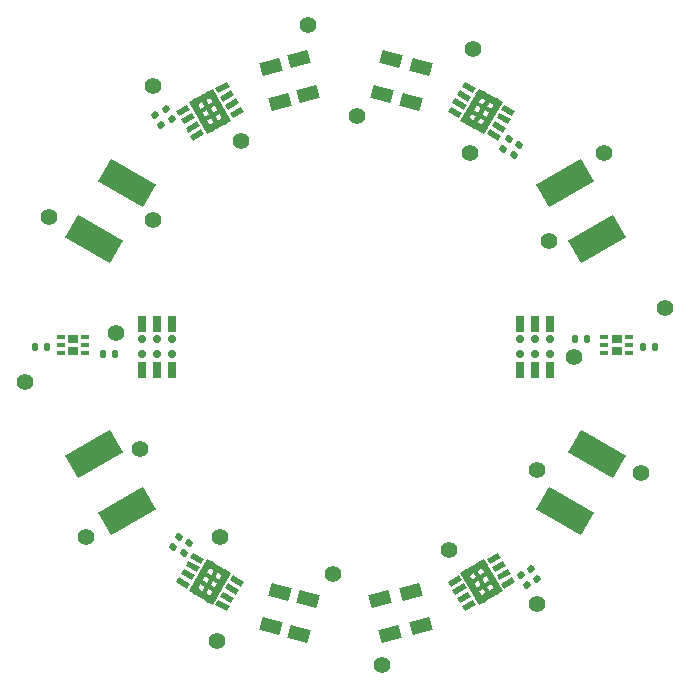
<source format=gbr>
%TF.GenerationSoftware,KiCad,Pcbnew,7.0.5*%
%TF.CreationDate,2023-06-22T13:55:38-04:00*%
%TF.ProjectId,ESP32Sensor-LED_board,45535033-3253-4656-9e73-6f722d4c4544,rev?*%
%TF.SameCoordinates,Original*%
%TF.FileFunction,Soldermask,Bot*%
%TF.FilePolarity,Negative*%
%FSLAX46Y46*%
G04 Gerber Fmt 4.6, Leading zero omitted, Abs format (unit mm)*
G04 Created by KiCad (PCBNEW 7.0.5) date 2023-06-22 13:55:38*
%MOMM*%
%LPD*%
G01*
G04 APERTURE LIST*
G04 Aperture macros list*
%AMRoundRect*
0 Rectangle with rounded corners*
0 $1 Rounding radius*
0 $2 $3 $4 $5 $6 $7 $8 $9 X,Y pos of 4 corners*
0 Add a 4 corners polygon primitive as box body*
4,1,4,$2,$3,$4,$5,$6,$7,$8,$9,$2,$3,0*
0 Add four circle primitives for the rounded corners*
1,1,$1+$1,$2,$3*
1,1,$1+$1,$4,$5*
1,1,$1+$1,$6,$7*
1,1,$1+$1,$8,$9*
0 Add four rect primitives between the rounded corners*
20,1,$1+$1,$2,$3,$4,$5,0*
20,1,$1+$1,$4,$5,$6,$7,0*
20,1,$1+$1,$6,$7,$8,$9,0*
20,1,$1+$1,$8,$9,$2,$3,0*%
%AMRotRect*
0 Rectangle, with rotation*
0 The origin of the aperture is its center*
0 $1 length*
0 $2 width*
0 $3 Rotation angle, in degrees counterclockwise*
0 Add horizontal line*
21,1,$1,$2,0,0,$3*%
G04 Aperture macros list end*
%ADD10C,1.400000*%
%ADD11RotRect,2.209800X4.394200X120.000000*%
%ADD12RoundRect,0.135000X0.135000X0.185000X-0.135000X0.185000X-0.135000X-0.185000X0.135000X-0.185000X0*%
%ADD13C,0.700000*%
%ADD14RotRect,0.950000X0.350000X30.000000*%
%ADD15RotRect,1.117600X1.752600X285.000000*%
%ADD16R,0.965200X0.685800*%
%ADD17R,0.660400X0.304800*%
%ADD18RotRect,1.117600X1.752600X105.000000*%
%ADD19R,0.736600X1.333500*%
%ADD20C,0.736600*%
%ADD21RotRect,1.117600X1.752600X75.000000*%
%ADD22RotRect,2.209800X4.394200X240.000000*%
%ADD23RoundRect,0.140000X0.217224X-0.036244X0.077224X0.206244X-0.217224X0.036244X-0.077224X-0.206244X0*%
%ADD24RotRect,0.950000X0.350000X210.000000*%
%ADD25RotRect,1.117600X1.752600X255.000000*%
%ADD26RoundRect,0.140000X-0.077224X0.206244X-0.217224X-0.036244X0.077224X-0.206244X0.217224X0.036244X0*%
%ADD27RoundRect,0.140000X-0.217224X0.036244X-0.077224X-0.206244X0.217224X-0.036244X0.077224X0.206244X0*%
%ADD28RotRect,0.950000X0.350000X150.000000*%
%ADD29RoundRect,0.140000X0.077224X-0.206244X0.217224X0.036244X-0.077224X0.206244X-0.217224X-0.036244X0*%
%ADD30RotRect,2.209800X4.394200X60.000000*%
%ADD31RotRect,0.950000X0.350000X330.000000*%
G04 APERTURE END LIST*
%TO.C,U2*%
G36*
X14361640Y-19934975D02*
G01*
X13417673Y-20479975D01*
X13172672Y-20055620D01*
X14116639Y-19510620D01*
X14361640Y-19934975D01*
G37*
G36*
X13961640Y-19242153D02*
G01*
X13017672Y-19787153D01*
X12772673Y-19362802D01*
X13716640Y-18817802D01*
X13961640Y-19242153D01*
G37*
G36*
X13561639Y-18549332D02*
G01*
X12617672Y-19094332D01*
X12372672Y-18669981D01*
X13316640Y-18124981D01*
X13561639Y-18549332D01*
G37*
G36*
X13161640Y-17856514D02*
G01*
X12217673Y-18401514D01*
X11972672Y-17977159D01*
X12916639Y-17432159D01*
X13161640Y-17856514D01*
G37*
G36*
X13289371Y-20690881D02*
G01*
X12795909Y-20975781D01*
X11232409Y-18267719D01*
X11725871Y-17982819D01*
X13289371Y-20690881D01*
G37*
G36*
X12449499Y-21175781D02*
G01*
X12114001Y-21369481D01*
X10550501Y-18661419D01*
X10885999Y-18467719D01*
X12449499Y-21175781D01*
G37*
G36*
X13289371Y-20690881D02*
G01*
X11274129Y-21854381D01*
X10986079Y-21355463D01*
X13001321Y-20191963D01*
X13289371Y-20690881D01*
G37*
G36*
X11767591Y-21569481D02*
G01*
X11274129Y-21854381D01*
X9710629Y-19146319D01*
X10204091Y-18861419D01*
X11767591Y-21569481D01*
G37*
G36*
X12801321Y-19845553D02*
G01*
X10786079Y-21009053D01*
X10592379Y-20673555D01*
X12607621Y-19510055D01*
X12801321Y-19845553D01*
G37*
G36*
X12407621Y-19163645D02*
G01*
X10392379Y-20327145D01*
X10198679Y-19991647D01*
X12213921Y-18828147D01*
X12407621Y-19163645D01*
G37*
G36*
X12013921Y-18481737D02*
G01*
X9998679Y-19645237D01*
X9710629Y-19146319D01*
X11725871Y-17982819D01*
X12013921Y-18481737D01*
G37*
G36*
X11027328Y-21860041D02*
G01*
X10083361Y-22405041D01*
X9838360Y-21980686D01*
X10782327Y-21435686D01*
X11027328Y-21860041D01*
G37*
G36*
X10627328Y-21167219D02*
G01*
X9683360Y-21712219D01*
X9438361Y-21287868D01*
X10382328Y-20742868D01*
X10627328Y-21167219D01*
G37*
G36*
X10227327Y-20474398D02*
G01*
X9283360Y-21019398D01*
X9038360Y-20595047D01*
X9982328Y-20050047D01*
X10227327Y-20474398D01*
G37*
G36*
X9827328Y-19781580D02*
G01*
X8883361Y-20326580D01*
X8638360Y-19902225D01*
X9582327Y-19357225D01*
X9827328Y-19781580D01*
G37*
%TO.C,U3*%
G36*
X-13172672Y20055620D02*
G01*
X-14116639Y19510620D01*
X-14361640Y19934975D01*
X-13417673Y20479975D01*
X-13172672Y20055620D01*
G37*
G36*
X-12772673Y19362802D02*
G01*
X-13716640Y18817802D01*
X-13961640Y19242153D01*
X-13017672Y19787153D01*
X-12772673Y19362802D01*
G37*
G36*
X-12372672Y18669981D02*
G01*
X-13316640Y18124981D01*
X-13561639Y18549332D01*
X-12617672Y19094332D01*
X-12372672Y18669981D01*
G37*
G36*
X-11972672Y17977159D02*
G01*
X-12916639Y17432159D01*
X-13161640Y17856514D01*
X-12217673Y18401514D01*
X-11972672Y17977159D01*
G37*
G36*
X-11232409Y18267719D02*
G01*
X-11725871Y17982819D01*
X-13289371Y20690881D01*
X-12795909Y20975781D01*
X-11232409Y18267719D01*
G37*
G36*
X-10550501Y18661419D02*
G01*
X-10885999Y18467719D01*
X-12449499Y21175781D01*
X-12114001Y21369481D01*
X-10550501Y18661419D01*
G37*
G36*
X-10986079Y21355463D02*
G01*
X-13001321Y20191963D01*
X-13289371Y20690881D01*
X-11274129Y21854381D01*
X-10986079Y21355463D01*
G37*
G36*
X-9710629Y19146319D02*
G01*
X-10204091Y18861419D01*
X-11767591Y21569481D01*
X-11274129Y21854381D01*
X-9710629Y19146319D01*
G37*
G36*
X-10592379Y20673555D02*
G01*
X-12607621Y19510055D01*
X-12801321Y19845553D01*
X-10786079Y21009053D01*
X-10592379Y20673555D01*
G37*
G36*
X-10198679Y19991647D02*
G01*
X-12213921Y18828147D01*
X-12407621Y19163645D01*
X-10392379Y20327145D01*
X-10198679Y19991647D01*
G37*
G36*
X-9710629Y19146319D02*
G01*
X-11725871Y17982819D01*
X-12013921Y18481737D01*
X-9998679Y19645237D01*
X-9710629Y19146319D01*
G37*
G36*
X-9838360Y21980686D02*
G01*
X-10782327Y21435686D01*
X-11027328Y21860041D01*
X-10083361Y22405041D01*
X-9838360Y21980686D01*
G37*
G36*
X-9438361Y21287868D02*
G01*
X-10382328Y20742868D01*
X-10627328Y21167219D01*
X-9683360Y21712219D01*
X-9438361Y21287868D01*
G37*
G36*
X-9038360Y20595047D02*
G01*
X-9982328Y20050047D01*
X-10227327Y20474398D01*
X-9283360Y21019398D01*
X-9038360Y20595047D01*
G37*
G36*
X-8638360Y19902225D02*
G01*
X-9582327Y19357225D01*
X-9827328Y19781580D01*
X-8883361Y20326580D01*
X-8638360Y19902225D01*
G37*
%TO.C,U4*%
G36*
X-11972672Y-17977159D02*
G01*
X-12217673Y-18401514D01*
X-13161640Y-17856514D01*
X-12916639Y-17432159D01*
X-11972672Y-17977159D01*
G37*
G36*
X-12372672Y-18669981D02*
G01*
X-12617672Y-19094332D01*
X-13561639Y-18549332D01*
X-13316640Y-18124981D01*
X-12372672Y-18669981D01*
G37*
G36*
X-12772673Y-19362802D02*
G01*
X-13017672Y-19787153D01*
X-13961640Y-19242153D01*
X-13716640Y-18817802D01*
X-12772673Y-19362802D01*
G37*
G36*
X-13172672Y-20055620D02*
G01*
X-13417673Y-20479975D01*
X-14361640Y-19934975D01*
X-14116639Y-19510620D01*
X-13172672Y-20055620D01*
G37*
G36*
X-11232409Y-18267719D02*
G01*
X-12795909Y-20975781D01*
X-13289371Y-20690881D01*
X-11725871Y-17982819D01*
X-11232409Y-18267719D01*
G37*
G36*
X-10550501Y-18661419D02*
G01*
X-12114001Y-21369481D01*
X-12449499Y-21175781D01*
X-10885999Y-18467719D01*
X-10550501Y-18661419D01*
G37*
G36*
X-9710629Y-19146319D02*
G01*
X-9998679Y-19645237D01*
X-12013921Y-18481737D01*
X-11725871Y-17982819D01*
X-9710629Y-19146319D01*
G37*
G36*
X-9710629Y-19146319D02*
G01*
X-11274129Y-21854381D01*
X-11767591Y-21569481D01*
X-10204091Y-18861419D01*
X-9710629Y-19146319D01*
G37*
G36*
X-10198679Y-19991647D02*
G01*
X-10392379Y-20327145D01*
X-12407621Y-19163645D01*
X-12213921Y-18828147D01*
X-10198679Y-19991647D01*
G37*
G36*
X-10592379Y-20673555D02*
G01*
X-10786079Y-21009053D01*
X-12801321Y-19845553D01*
X-12607621Y-19510055D01*
X-10592379Y-20673555D01*
G37*
G36*
X-10986079Y-21355463D02*
G01*
X-11274129Y-21854381D01*
X-13289371Y-20690881D01*
X-13001321Y-20191963D01*
X-10986079Y-21355463D01*
G37*
G36*
X-8638360Y-19902225D02*
G01*
X-8883361Y-20326580D01*
X-9827328Y-19781580D01*
X-9582327Y-19357225D01*
X-8638360Y-19902225D01*
G37*
G36*
X-9038360Y-20595047D02*
G01*
X-9283360Y-21019398D01*
X-10227327Y-20474398D01*
X-9982328Y-20050047D01*
X-9038360Y-20595047D01*
G37*
G36*
X-9438361Y-21287868D02*
G01*
X-9683360Y-21712219D01*
X-10627328Y-21167219D01*
X-10382328Y-20742868D01*
X-9438361Y-21287868D01*
G37*
G36*
X-9838360Y-21980686D02*
G01*
X-10083361Y-22405041D01*
X-11027328Y-21860041D01*
X-10782327Y-21435686D01*
X-9838360Y-21980686D01*
G37*
%TO.C,U1*%
G36*
X13161640Y17856514D02*
G01*
X12916639Y17432159D01*
X11972672Y17977159D01*
X12217673Y18401514D01*
X13161640Y17856514D01*
G37*
G36*
X13561639Y18549332D02*
G01*
X13316640Y18124981D01*
X12372672Y18669981D01*
X12617672Y19094332D01*
X13561639Y18549332D01*
G37*
G36*
X13961640Y19242153D02*
G01*
X13716640Y18817802D01*
X12772673Y19362802D01*
X13017672Y19787153D01*
X13961640Y19242153D01*
G37*
G36*
X14361640Y19934975D02*
G01*
X14116639Y19510620D01*
X13172672Y20055620D01*
X13417673Y20479975D01*
X14361640Y19934975D01*
G37*
G36*
X13289371Y20690881D02*
G01*
X11725871Y17982819D01*
X11232409Y18267719D01*
X12795909Y20975781D01*
X13289371Y20690881D01*
G37*
G36*
X12449499Y21175781D02*
G01*
X10885999Y18467719D01*
X10550501Y18661419D01*
X12114001Y21369481D01*
X12449499Y21175781D01*
G37*
G36*
X12013921Y18481737D02*
G01*
X11725871Y17982819D01*
X9710629Y19146319D01*
X9998679Y19645237D01*
X12013921Y18481737D01*
G37*
G36*
X11767591Y21569481D02*
G01*
X10204091Y18861419D01*
X9710629Y19146319D01*
X11274129Y21854381D01*
X11767591Y21569481D01*
G37*
G36*
X12407621Y19163645D02*
G01*
X12213921Y18828147D01*
X10198679Y19991647D01*
X10392379Y20327145D01*
X12407621Y19163645D01*
G37*
G36*
X12801321Y19845553D02*
G01*
X12607621Y19510055D01*
X10592379Y20673555D01*
X10786079Y21009053D01*
X12801321Y19845553D01*
G37*
G36*
X13289371Y20690881D02*
G01*
X13001321Y20191963D01*
X10986079Y21355463D01*
X11274129Y21854381D01*
X13289371Y20690881D01*
G37*
G36*
X9827328Y19781580D02*
G01*
X9582327Y19357225D01*
X8638360Y19902225D01*
X8883361Y20326580D01*
X9827328Y19781580D01*
G37*
G36*
X10227327Y20474398D02*
G01*
X9982328Y20050047D01*
X9038360Y20595047D01*
X9283360Y21019398D01*
X10227327Y20474398D01*
G37*
G36*
X10627328Y21167219D02*
G01*
X10382328Y20742868D01*
X9438361Y21287868D01*
X9683360Y21712219D01*
X10627328Y21167219D01*
G37*
G36*
X11027328Y21860041D02*
G01*
X10782327Y21435686D01*
X9838360Y21980686D01*
X10083361Y22405041D01*
X11027328Y21860041D01*
G37*
%TD*%
D10*
%TO.C,LED1*%
X10787179Y25182627D03*
X989221Y19525773D03*
%TD*%
%TO.C,LED12*%
X-10916379Y-24906827D03*
X-1118421Y-19249973D03*
%TD*%
%TO.C,LED10*%
X-27179879Y-2986473D03*
X-17381921Y-8643327D03*
%TD*%
%TO.C,LED8*%
X-16328100Y10744546D03*
X-16328100Y22058254D03*
%TD*%
%TO.C,LED3*%
X27050679Y3262373D03*
X17252721Y8919227D03*
%TD*%
%TO.C,LED6*%
X8716627Y-17179421D03*
X3059773Y-26977379D03*
%TD*%
%TO.C,LED9*%
X-19452473Y1191821D03*
X-25109327Y10989779D03*
%TD*%
%TO.C,LED5*%
X16198900Y-10468646D03*
X16198900Y-21782354D03*
%TD*%
%TO.C,LED4*%
X19323273Y-915921D03*
X24980127Y-10713879D03*
%TD*%
%TO.C,LED7*%
X-8845827Y17455221D03*
X-3188973Y27253179D03*
%TD*%
%TO.C,LED11*%
X-21984854Y-16125500D03*
X-10671146Y-16125500D03*
%TD*%
%TO.C,LED2*%
X21855754Y16401400D03*
X10542046Y16401400D03*
%TD*%
D11*
%TO.C,R3*%
X18547000Y13875681D03*
X21290200Y9124319D03*
%TD*%
D12*
%TO.C,R17*%
X-26291000Y0D03*
X-25271000Y0D03*
%TD*%
D13*
%TO.C,U2*%
X12684926Y-20700952D03*
X11414926Y-18501248D03*
X11585074Y-21335952D03*
X10315074Y-19136248D03*
D14*
X13767156Y-19995297D03*
X13367156Y-19302476D03*
X12967157Y-18609658D03*
X12567156Y-17916837D03*
X9232844Y-19841903D03*
X9632844Y-20534724D03*
X10032843Y-21227542D03*
X10432844Y-21920363D03*
%TD*%
D15*
%TO.C,R5*%
X6347240Y-23688371D03*
X5558360Y-20744229D03*
%TD*%
D16*
%TO.C,K1*%
X22935400Y-346986D03*
X22935400Y622786D03*
D17*
X21906700Y787899D03*
X21906700Y137900D03*
X21906700Y-512099D03*
X23964100Y-512099D03*
X23964100Y137900D03*
X23964100Y787899D03*
%TD*%
D18*
%TO.C,R7*%
X-3950440Y24332071D03*
X-3161560Y21387929D03*
%TD*%
D19*
%TO.C,J1*%
X14730000Y-1936750D03*
X14730000Y1936750D03*
X16000000Y-1936750D03*
X16000000Y1936750D03*
X17270000Y-1936750D03*
X17270000Y1936750D03*
D20*
X14730000Y635000D03*
X14730000Y-635000D03*
X16000000Y635000D03*
X16000000Y-635000D03*
X17270000Y635000D03*
X17270000Y-635000D03*
%TD*%
D21*
%TO.C,R10*%
X-3161560Y-21387929D03*
X-3950440Y-24332071D03*
%TD*%
D22*
%TO.C,R6*%
X18546984Y-13875681D03*
X21290184Y-9124319D03*
%TD*%
D12*
%TO.C,R14*%
X25144000Y0D03*
X26164000Y0D03*
%TD*%
%TO.C,R16*%
X-20576000Y-635000D03*
X-19556000Y-635000D03*
%TD*%
D11*
%TO.C,R12*%
X-21290184Y-9124319D03*
X-18546984Y-13875681D03*
%TD*%
D23*
%TO.C,C6*%
X14842200Y-19355508D03*
X15322200Y-20186892D03*
%TD*%
D13*
%TO.C,U3*%
X-12684926Y20700952D03*
X-11414926Y18501248D03*
X-11585074Y21335952D03*
X-10315074Y19136248D03*
D24*
X-13767156Y19995297D03*
X-13367156Y19302476D03*
X-12967157Y18609658D03*
X-12567156Y17916837D03*
X-9232844Y19841903D03*
X-9632844Y20534724D03*
X-10032843Y21227542D03*
X-10432844Y21920363D03*
%TD*%
D25*
%TO.C,R2*%
X5558360Y20744229D03*
X6347240Y23688371D03*
%TD*%
D23*
%TO.C,C5*%
X15722100Y-18847508D03*
X16202100Y-19678892D03*
%TD*%
D26*
%TO.C,C8*%
X-13711100Y-17433692D03*
X-13231100Y-16602308D03*
%TD*%
D27*
%TO.C,C1*%
X-15625900Y18761308D03*
X-16105900Y19592692D03*
%TD*%
D13*
%TO.C,U4*%
X-11414926Y-18501248D03*
X-12684926Y-20700952D03*
X-10315074Y-19136248D03*
X-11585074Y-21335952D03*
D28*
X-12567156Y-17916837D03*
X-12967157Y-18609658D03*
X-13367156Y-19302476D03*
X-13767156Y-19995297D03*
X-10432844Y-21920363D03*
X-10032843Y-21227542D03*
X-9632844Y-20534724D03*
X-9232844Y-19841903D03*
%TD*%
D29*
%TO.C,C4*%
X13829000Y17560692D03*
X13349000Y16729308D03*
%TD*%
D19*
%TO.C,J2*%
X-17270000Y-1936750D03*
X-17270000Y1936750D03*
X-16000000Y-1936750D03*
X-16000000Y1936750D03*
X-14730000Y-1936750D03*
X-14730000Y1936750D03*
D20*
X-17270000Y635000D03*
X-17270000Y-635000D03*
X-16000000Y635000D03*
X-16000000Y-635000D03*
X-14730000Y635000D03*
X-14730000Y-635000D03*
%TD*%
D27*
%TO.C,C2*%
X-14746000Y19269308D03*
X-15226000Y20100692D03*
%TD*%
D18*
%TO.C,R8*%
X-6347240Y23688371D03*
X-5558360Y20744229D03*
%TD*%
D29*
%TO.C,C3*%
X14708900Y17052692D03*
X14228900Y16221308D03*
%TD*%
D21*
%TO.C,R11*%
X-5558360Y-20744229D03*
X-6347240Y-23688371D03*
%TD*%
D15*
%TO.C,R4*%
X3718540Y-24332071D03*
X2929660Y-21387929D03*
%TD*%
D12*
%TO.C,R15*%
X19429000Y635000D03*
X20449000Y635000D03*
%TD*%
D26*
%TO.C,C7*%
X-14591000Y-16925692D03*
X-14111000Y-16094308D03*
%TD*%
D16*
%TO.C,K2*%
X-23064600Y-346986D03*
X-23064600Y622786D03*
D17*
X-24093300Y787899D03*
X-24093300Y137900D03*
X-24093300Y-512099D03*
X-22035900Y-512099D03*
X-22035900Y137900D03*
X-22035900Y787899D03*
%TD*%
D30*
%TO.C,R9*%
X-18546984Y13875681D03*
X-21290184Y9124319D03*
%TD*%
D13*
%TO.C,U1*%
X11414926Y18501248D03*
X12684926Y20700952D03*
X10315074Y19136248D03*
X11585074Y21335952D03*
D31*
X12567156Y17916837D03*
X12967157Y18609658D03*
X13367156Y19302476D03*
X13767156Y19995297D03*
X10432844Y21920363D03*
X10032843Y21227542D03*
X9632844Y20534724D03*
X9232844Y19841903D03*
%TD*%
D25*
%TO.C,R1*%
X3034560Y21387929D03*
X3823440Y24332071D03*
%TD*%
M02*

</source>
